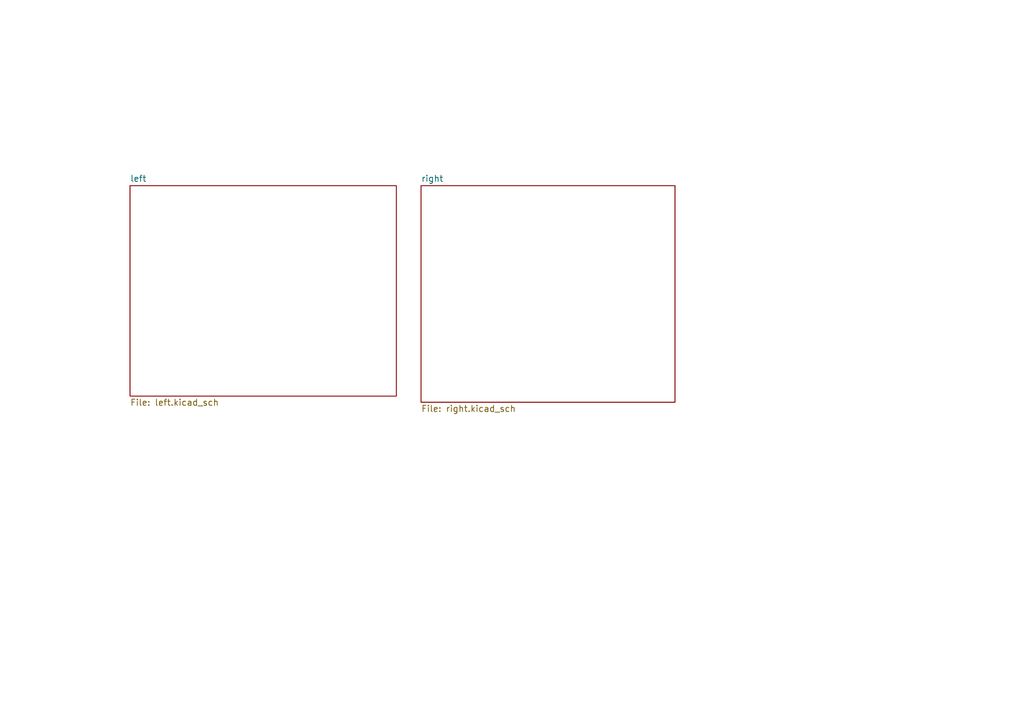
<source format=kicad_sch>
(kicad_sch
	(version 20231120)
	(generator "eeschema")
	(generator_version "8.0")
	(uuid "4cc5d416-57f5-4147-8183-e03ae6b1198a")
	(paper "A5")
	(title_block
		(title "Corne")
		(date "2023-09-23")
		(rev "4.0.0")
		(company "foostan")
	)
	(lib_symbols)
	(sheet
		(at 26.67 38.1)
		(size 54.61 43.18)
		(fields_autoplaced yes)
		(stroke
			(width 0.1524)
			(type solid)
		)
		(fill
			(color 0 0 0 0.0000)
		)
		(uuid "089db7cd-2934-428b-a62a-55e0735649ba")
		(property "Sheetname" "left"
			(at 26.67 37.3884 0)
			(effects
				(font
					(size 1.27 1.27)
				)
				(justify left bottom)
			)
		)
		(property "Sheetfile" "left.kicad_sch"
			(at 26.67 81.8646 0)
			(effects
				(font
					(size 1.27 1.27)
				)
				(justify left top)
			)
		)
		(instances
			(project "Corne V4 Pro Micro Edition"
				(path "/4cc5d416-57f5-4147-8183-e03ae6b1198a"
					(page "2")
				)
			)
		)
	)
	(sheet
		(at 86.36 38.1)
		(size 52.07 44.45)
		(fields_autoplaced yes)
		(stroke
			(width 0.1524)
			(type solid)
		)
		(fill
			(color 0 0 0 0.0000)
		)
		(uuid "50d96a5e-3d25-4129-9495-15388c76587f")
		(property "Sheetname" "right"
			(at 86.36 37.3884 0)
			(effects
				(font
					(size 1.27 1.27)
				)
				(justify left bottom)
			)
		)
		(property "Sheetfile" "right.kicad_sch"
			(at 86.36 83.1346 0)
			(effects
				(font
					(size 1.27 1.27)
				)
				(justify left top)
			)
		)
		(instances
			(project "Corne V4 Pro Micro Edition"
				(path "/4cc5d416-57f5-4147-8183-e03ae6b1198a"
					(page "3")
				)
			)
		)
	)
	(sheet_instances
		(path "/"
			(page "1")
		)
	)
)

</source>
